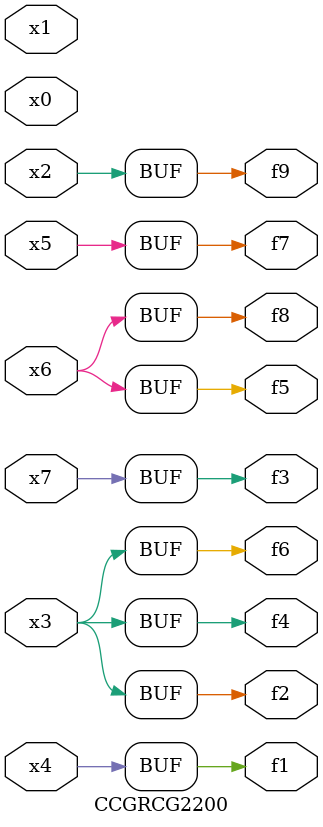
<source format=v>
module CCGRCG2200(
	input x0, x1, x2, x3, x4, x5, x6, x7,
	output f1, f2, f3, f4, f5, f6, f7, f8, f9
);
	assign f1 = x4;
	assign f2 = x3;
	assign f3 = x7;
	assign f4 = x3;
	assign f5 = x6;
	assign f6 = x3;
	assign f7 = x5;
	assign f8 = x6;
	assign f9 = x2;
endmodule

</source>
